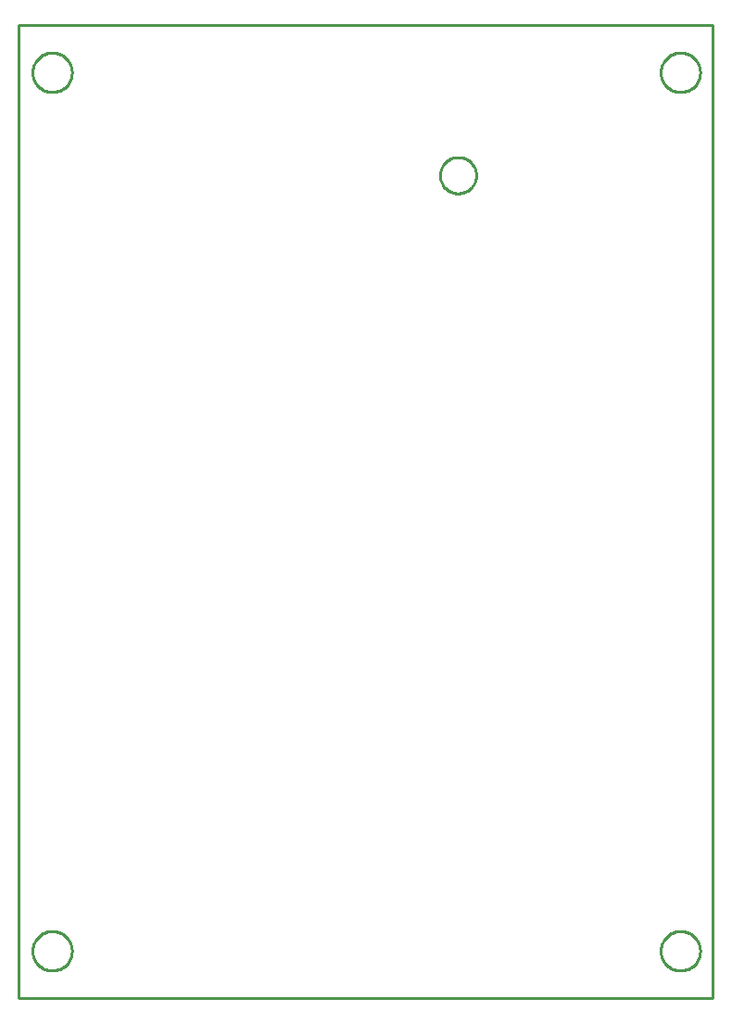
<source format=gbr>
G04 EAGLE Gerber RS-274X export*
G75*
%MOMM*%
%FSLAX34Y34*%
%LPD*%
%IN*%
%IPPOS*%
%AMOC8*
5,1,8,0,0,1.08239X$1,22.5*%
G01*
%ADD10C,0.254000*%


D10*
X0Y0D02*
X634240Y0D01*
X634240Y888900D01*
X0Y888900D01*
X0Y0D01*
X48441Y42592D02*
X48441Y43768D01*
X48364Y44941D01*
X48210Y46107D01*
X47981Y47261D01*
X47676Y48396D01*
X47298Y49510D01*
X46848Y50596D01*
X46328Y51651D01*
X45740Y52669D01*
X45087Y53647D01*
X44371Y54580D01*
X43596Y55464D01*
X42764Y56296D01*
X41880Y57071D01*
X40947Y57787D01*
X39969Y58440D01*
X38951Y59028D01*
X37896Y59548D01*
X36810Y59998D01*
X35696Y60376D01*
X34561Y60681D01*
X33407Y60910D01*
X32241Y61064D01*
X31068Y61141D01*
X29892Y61141D01*
X28719Y61064D01*
X27553Y60910D01*
X26399Y60681D01*
X25264Y60376D01*
X24150Y59998D01*
X23064Y59548D01*
X22009Y59028D01*
X20991Y58440D01*
X20013Y57787D01*
X19080Y57071D01*
X18196Y56296D01*
X17364Y55464D01*
X16589Y54580D01*
X15873Y53647D01*
X15220Y52669D01*
X14632Y51651D01*
X14112Y50596D01*
X13662Y49510D01*
X13284Y48396D01*
X12979Y47261D01*
X12750Y46107D01*
X12596Y44941D01*
X12520Y43768D01*
X12520Y42592D01*
X12596Y41419D01*
X12750Y40253D01*
X12979Y39099D01*
X13284Y37964D01*
X13662Y36850D01*
X14112Y35764D01*
X14632Y34709D01*
X15220Y33691D01*
X15873Y32713D01*
X16589Y31780D01*
X17364Y30896D01*
X18196Y30064D01*
X19080Y29289D01*
X20013Y28573D01*
X20991Y27920D01*
X22009Y27332D01*
X23064Y26812D01*
X24150Y26362D01*
X25264Y25984D01*
X26399Y25679D01*
X27553Y25450D01*
X28719Y25296D01*
X29892Y25220D01*
X31068Y25220D01*
X32241Y25296D01*
X33407Y25450D01*
X34561Y25679D01*
X35696Y25984D01*
X36810Y26362D01*
X37896Y26812D01*
X38951Y27332D01*
X39969Y27920D01*
X40947Y28573D01*
X41880Y29289D01*
X42764Y30064D01*
X43596Y30896D01*
X44371Y31780D01*
X45087Y32713D01*
X45740Y33691D01*
X46328Y34709D01*
X46848Y35764D01*
X47298Y36850D01*
X47676Y37964D01*
X47981Y39099D01*
X48210Y40253D01*
X48364Y41419D01*
X48441Y42592D01*
X622481Y42592D02*
X622481Y43768D01*
X622404Y44941D01*
X622250Y46107D01*
X622021Y47261D01*
X621716Y48396D01*
X621338Y49510D01*
X620888Y50596D01*
X620368Y51651D01*
X619780Y52669D01*
X619127Y53647D01*
X618411Y54580D01*
X617636Y55464D01*
X616804Y56296D01*
X615920Y57071D01*
X614987Y57787D01*
X614009Y58440D01*
X612991Y59028D01*
X611936Y59548D01*
X610850Y59998D01*
X609736Y60376D01*
X608601Y60681D01*
X607447Y60910D01*
X606281Y61064D01*
X605108Y61141D01*
X603932Y61141D01*
X602759Y61064D01*
X601593Y60910D01*
X600439Y60681D01*
X599304Y60376D01*
X598190Y59998D01*
X597104Y59548D01*
X596049Y59028D01*
X595031Y58440D01*
X594053Y57787D01*
X593120Y57071D01*
X592236Y56296D01*
X591404Y55464D01*
X590629Y54580D01*
X589913Y53647D01*
X589260Y52669D01*
X588672Y51651D01*
X588152Y50596D01*
X587702Y49510D01*
X587324Y48396D01*
X587019Y47261D01*
X586790Y46107D01*
X586636Y44941D01*
X586560Y43768D01*
X586560Y42592D01*
X586636Y41419D01*
X586790Y40253D01*
X587019Y39099D01*
X587324Y37964D01*
X587702Y36850D01*
X588152Y35764D01*
X588672Y34709D01*
X589260Y33691D01*
X589913Y32713D01*
X590629Y31780D01*
X591404Y30896D01*
X592236Y30064D01*
X593120Y29289D01*
X594053Y28573D01*
X595031Y27920D01*
X596049Y27332D01*
X597104Y26812D01*
X598190Y26362D01*
X599304Y25984D01*
X600439Y25679D01*
X601593Y25450D01*
X602759Y25296D01*
X603932Y25220D01*
X605108Y25220D01*
X606281Y25296D01*
X607447Y25450D01*
X608601Y25679D01*
X609736Y25984D01*
X610850Y26362D01*
X611936Y26812D01*
X612991Y27332D01*
X614009Y27920D01*
X614987Y28573D01*
X615920Y29289D01*
X616804Y30064D01*
X617636Y30896D01*
X618411Y31780D01*
X619127Y32713D01*
X619780Y33691D01*
X620368Y34709D01*
X620888Y35764D01*
X621338Y36850D01*
X621716Y37964D01*
X622021Y39099D01*
X622250Y40253D01*
X622404Y41419D01*
X622481Y42592D01*
X48441Y845232D02*
X48441Y846408D01*
X48364Y847581D01*
X48210Y848747D01*
X47981Y849901D01*
X47676Y851036D01*
X47298Y852150D01*
X46848Y853236D01*
X46328Y854291D01*
X45740Y855309D01*
X45087Y856287D01*
X44371Y857220D01*
X43596Y858104D01*
X42764Y858936D01*
X41880Y859711D01*
X40947Y860427D01*
X39969Y861080D01*
X38951Y861668D01*
X37896Y862188D01*
X36810Y862638D01*
X35696Y863016D01*
X34561Y863321D01*
X33407Y863550D01*
X32241Y863704D01*
X31068Y863781D01*
X29892Y863781D01*
X28719Y863704D01*
X27553Y863550D01*
X26399Y863321D01*
X25264Y863016D01*
X24150Y862638D01*
X23064Y862188D01*
X22009Y861668D01*
X20991Y861080D01*
X20013Y860427D01*
X19080Y859711D01*
X18196Y858936D01*
X17364Y858104D01*
X16589Y857220D01*
X15873Y856287D01*
X15220Y855309D01*
X14632Y854291D01*
X14112Y853236D01*
X13662Y852150D01*
X13284Y851036D01*
X12979Y849901D01*
X12750Y848747D01*
X12596Y847581D01*
X12520Y846408D01*
X12520Y845232D01*
X12596Y844059D01*
X12750Y842893D01*
X12979Y841739D01*
X13284Y840604D01*
X13662Y839490D01*
X14112Y838404D01*
X14632Y837349D01*
X15220Y836331D01*
X15873Y835353D01*
X16589Y834420D01*
X17364Y833536D01*
X18196Y832704D01*
X19080Y831929D01*
X20013Y831213D01*
X20991Y830560D01*
X22009Y829972D01*
X23064Y829452D01*
X24150Y829002D01*
X25264Y828624D01*
X26399Y828319D01*
X27553Y828090D01*
X28719Y827936D01*
X29892Y827860D01*
X31068Y827860D01*
X32241Y827936D01*
X33407Y828090D01*
X34561Y828319D01*
X35696Y828624D01*
X36810Y829002D01*
X37896Y829452D01*
X38951Y829972D01*
X39969Y830560D01*
X40947Y831213D01*
X41880Y831929D01*
X42764Y832704D01*
X43596Y833536D01*
X44371Y834420D01*
X45087Y835353D01*
X45740Y836331D01*
X46328Y837349D01*
X46848Y838404D01*
X47298Y839490D01*
X47676Y840604D01*
X47981Y841739D01*
X48210Y842893D01*
X48364Y844059D01*
X48441Y845232D01*
X622481Y845232D02*
X622481Y846408D01*
X622404Y847581D01*
X622250Y848747D01*
X622021Y849901D01*
X621716Y851036D01*
X621338Y852150D01*
X620888Y853236D01*
X620368Y854291D01*
X619780Y855309D01*
X619127Y856287D01*
X618411Y857220D01*
X617636Y858104D01*
X616804Y858936D01*
X615920Y859711D01*
X614987Y860427D01*
X614009Y861080D01*
X612991Y861668D01*
X611936Y862188D01*
X610850Y862638D01*
X609736Y863016D01*
X608601Y863321D01*
X607447Y863550D01*
X606281Y863704D01*
X605108Y863781D01*
X603932Y863781D01*
X602759Y863704D01*
X601593Y863550D01*
X600439Y863321D01*
X599304Y863016D01*
X598190Y862638D01*
X597104Y862188D01*
X596049Y861668D01*
X595031Y861080D01*
X594053Y860427D01*
X593120Y859711D01*
X592236Y858936D01*
X591404Y858104D01*
X590629Y857220D01*
X589913Y856287D01*
X589260Y855309D01*
X588672Y854291D01*
X588152Y853236D01*
X587702Y852150D01*
X587324Y851036D01*
X587019Y849901D01*
X586790Y848747D01*
X586636Y847581D01*
X586560Y846408D01*
X586560Y845232D01*
X586636Y844059D01*
X586790Y842893D01*
X587019Y841739D01*
X587324Y840604D01*
X587702Y839490D01*
X588152Y838404D01*
X588672Y837349D01*
X589260Y836331D01*
X589913Y835353D01*
X590629Y834420D01*
X591404Y833536D01*
X592236Y832704D01*
X593120Y831929D01*
X594053Y831213D01*
X595031Y830560D01*
X596049Y829972D01*
X597104Y829452D01*
X598190Y829002D01*
X599304Y828624D01*
X600439Y828319D01*
X601593Y828090D01*
X602759Y827936D01*
X603932Y827860D01*
X605108Y827860D01*
X606281Y827936D01*
X607447Y828090D01*
X608601Y828319D01*
X609736Y828624D01*
X610850Y829002D01*
X611936Y829452D01*
X612991Y829972D01*
X614009Y830560D01*
X614987Y831213D01*
X615920Y831929D01*
X616804Y832704D01*
X617636Y833536D01*
X618411Y834420D01*
X619127Y835353D01*
X619780Y836331D01*
X620368Y837349D01*
X620888Y838404D01*
X621338Y839490D01*
X621716Y840604D01*
X622021Y841739D01*
X622250Y842893D01*
X622404Y844059D01*
X622481Y845232D01*
X400780Y735330D02*
X399701Y735401D01*
X398629Y735542D01*
X397569Y735753D01*
X396525Y736032D01*
X395501Y736380D01*
X394503Y736794D01*
X393533Y737272D01*
X392597Y737812D01*
X391698Y738413D01*
X390841Y739071D01*
X390028Y739784D01*
X389264Y740548D01*
X388551Y741361D01*
X387893Y742218D01*
X387292Y743117D01*
X386752Y744053D01*
X386274Y745023D01*
X385860Y746021D01*
X385512Y747045D01*
X385233Y748089D01*
X385022Y749149D01*
X384881Y750221D01*
X384810Y751300D01*
X384810Y752380D01*
X384881Y753459D01*
X385022Y754531D01*
X385233Y755591D01*
X385512Y756635D01*
X385860Y757659D01*
X386274Y758657D01*
X386752Y759627D01*
X387292Y760563D01*
X387893Y761462D01*
X388551Y762319D01*
X389264Y763132D01*
X390028Y763897D01*
X390841Y764609D01*
X391698Y765267D01*
X392597Y765868D01*
X393533Y766408D01*
X394503Y766886D01*
X395501Y767300D01*
X396525Y767648D01*
X397569Y767927D01*
X398629Y768138D01*
X399701Y768279D01*
X400780Y768350D01*
X401860Y768350D01*
X402939Y768279D01*
X404011Y768138D01*
X405071Y767927D01*
X406115Y767648D01*
X407139Y767300D01*
X408137Y766886D01*
X409107Y766408D01*
X410043Y765868D01*
X410942Y765267D01*
X411799Y764609D01*
X412612Y763897D01*
X413377Y763132D01*
X414089Y762319D01*
X414747Y761462D01*
X415348Y760563D01*
X415888Y759627D01*
X416366Y758657D01*
X416780Y757659D01*
X417128Y756635D01*
X417407Y755591D01*
X417618Y754531D01*
X417759Y753459D01*
X417830Y752380D01*
X417830Y751300D01*
X417759Y750221D01*
X417618Y749149D01*
X417407Y748089D01*
X417128Y747045D01*
X416780Y746021D01*
X416366Y745023D01*
X415888Y744053D01*
X415348Y743117D01*
X414747Y742218D01*
X414089Y741361D01*
X413377Y740548D01*
X412612Y739784D01*
X411799Y739071D01*
X410942Y738413D01*
X410043Y737812D01*
X409107Y737272D01*
X408137Y736794D01*
X407139Y736380D01*
X406115Y736032D01*
X405071Y735753D01*
X404011Y735542D01*
X402939Y735401D01*
X401860Y735330D01*
X400780Y735330D01*
M02*

</source>
